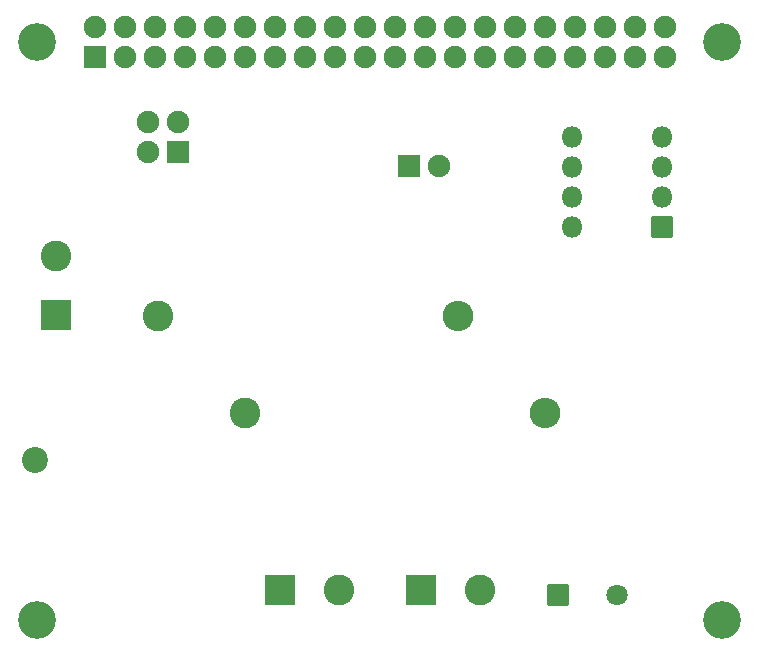
<source format=gbs>
G04 #@! TF.GenerationSoftware,KiCad,Pcbnew,6.0.4-6f826c9f35~116~ubuntu20.04.1*
G04 #@! TF.CreationDate,2022-03-24T08:40:17-04:00*
G04 #@! TF.ProjectId,rpikobhat,7270696b-6f62-4686-9174-2e6b69636164,rev?*
G04 #@! TF.SameCoordinates,Original*
G04 #@! TF.FileFunction,Soldermask,Bot*
G04 #@! TF.FilePolarity,Negative*
%FSLAX46Y46*%
G04 Gerber Fmt 4.6, Leading zero omitted, Abs format (unit mm)*
G04 Created by KiCad (PCBNEW 6.0.4-6f826c9f35~116~ubuntu20.04.1) date 2022-03-24 08:40:17*
%MOMM*%
%LPD*%
G01*
G04 APERTURE LIST*
G04 Aperture macros list*
%AMRoundRect*
0 Rectangle with rounded corners*
0 $1 Rounding radius*
0 $2 $3 $4 $5 $6 $7 $8 $9 X,Y pos of 4 corners*
0 Add a 4 corners polygon primitive as box body*
4,1,4,$2,$3,$4,$5,$6,$7,$8,$9,$2,$3,0*
0 Add four circle primitives for the rounded corners*
1,1,$1+$1,$2,$3*
1,1,$1+$1,$4,$5*
1,1,$1+$1,$6,$7*
1,1,$1+$1,$8,$9*
0 Add four rect primitives between the rounded corners*
20,1,$1+$1,$2,$3,$4,$5,0*
20,1,$1+$1,$4,$5,$6,$7,0*
20,1,$1+$1,$6,$7,$8,$9,0*
20,1,$1+$1,$8,$9,$2,$3,0*%
G04 Aperture macros list end*
%ADD10C,3.200000*%
%ADD11RoundRect,0.100000X0.850000X0.850000X-0.850000X0.850000X-0.850000X-0.850000X0.850000X-0.850000X0*%
%ADD12O,1.900000X1.900000*%
%ADD13RoundRect,0.100000X0.850000X-0.850000X0.850000X0.850000X-0.850000X0.850000X-0.850000X-0.850000X0*%
%ADD14C,2.600000*%
%ADD15O,2.600000X2.600000*%
%ADD16C,2.200000*%
%ADD17RoundRect,0.100000X-0.800000X-0.800000X0.800000X-0.800000X0.800000X0.800000X-0.800000X0.800000X0*%
%ADD18C,1.800000*%
%ADD19RoundRect,0.100000X0.800000X0.800000X-0.800000X0.800000X-0.800000X-0.800000X0.800000X-0.800000X0*%
%ADD20O,1.800000X1.800000*%
%ADD21RoundRect,0.100000X1.200000X-1.200000X1.200000X1.200000X-1.200000X1.200000X-1.200000X-1.200000X0*%
%ADD22RoundRect,0.100000X-1.200000X-1.200000X1.200000X-1.200000X1.200000X1.200000X-1.200000X1.200000X0*%
%ADD23RoundRect,0.100000X-0.850000X0.850000X-0.850000X-0.850000X0.850000X-0.850000X0.850000X0.850000X0*%
G04 APERTURE END LIST*
D10*
X82040000Y-64310000D03*
X140040000Y-64330000D03*
X82040000Y-113320000D03*
X140030000Y-113310000D03*
D11*
X93980000Y-73660000D03*
D12*
X91440000Y-73660000D03*
X93980000Y-71120000D03*
X91440000Y-71120000D03*
D13*
X113533000Y-74803000D03*
D12*
X116073000Y-74803000D03*
D14*
X99695000Y-95758000D03*
D15*
X125095000Y-95758000D03*
D16*
X81884000Y-99695000D03*
D17*
X126121349Y-111125000D03*
D18*
X131121349Y-111125000D03*
D19*
X134991000Y-80000000D03*
D20*
X134991000Y-77460000D03*
X134991000Y-74920000D03*
X134991000Y-72380000D03*
X127371000Y-72380000D03*
X127371000Y-74920000D03*
X127371000Y-77460000D03*
X127371000Y-80000000D03*
D21*
X83647000Y-87463000D03*
D14*
X83647000Y-82463000D03*
X92329000Y-87503000D03*
D15*
X117729000Y-87503000D03*
D22*
X102616000Y-110698000D03*
D14*
X107616000Y-110698000D03*
D22*
X114554000Y-110744000D03*
D14*
X119554000Y-110744000D03*
D23*
X86920000Y-65590000D03*
D12*
X86920000Y-63050000D03*
X89460000Y-65590000D03*
X89460000Y-63050000D03*
X92000000Y-65590000D03*
X92000000Y-63050000D03*
X94540000Y-65590000D03*
X94540000Y-63050000D03*
X97080000Y-65590000D03*
X97080000Y-63050000D03*
X99620000Y-65590000D03*
X99620000Y-63050000D03*
X102160000Y-65590000D03*
X102160000Y-63050000D03*
X104700000Y-65590000D03*
X104700000Y-63050000D03*
X107240000Y-65590000D03*
X107240000Y-63050000D03*
X109780000Y-65590000D03*
X109780000Y-63050000D03*
X112320000Y-65590000D03*
X112320000Y-63050000D03*
X114860000Y-65590000D03*
X114860000Y-63050000D03*
X117400000Y-65590000D03*
X117400000Y-63050000D03*
X119940000Y-65590000D03*
X119940000Y-63050000D03*
X122480000Y-65590000D03*
X122480000Y-63050000D03*
X125020000Y-65590000D03*
X125020000Y-63050000D03*
X127560000Y-65590000D03*
X127560000Y-63050000D03*
X130100000Y-65590000D03*
X130100000Y-63050000D03*
X132640000Y-65590000D03*
X132640000Y-63050000D03*
X135180000Y-65590000D03*
X135180000Y-63050000D03*
M02*

</source>
